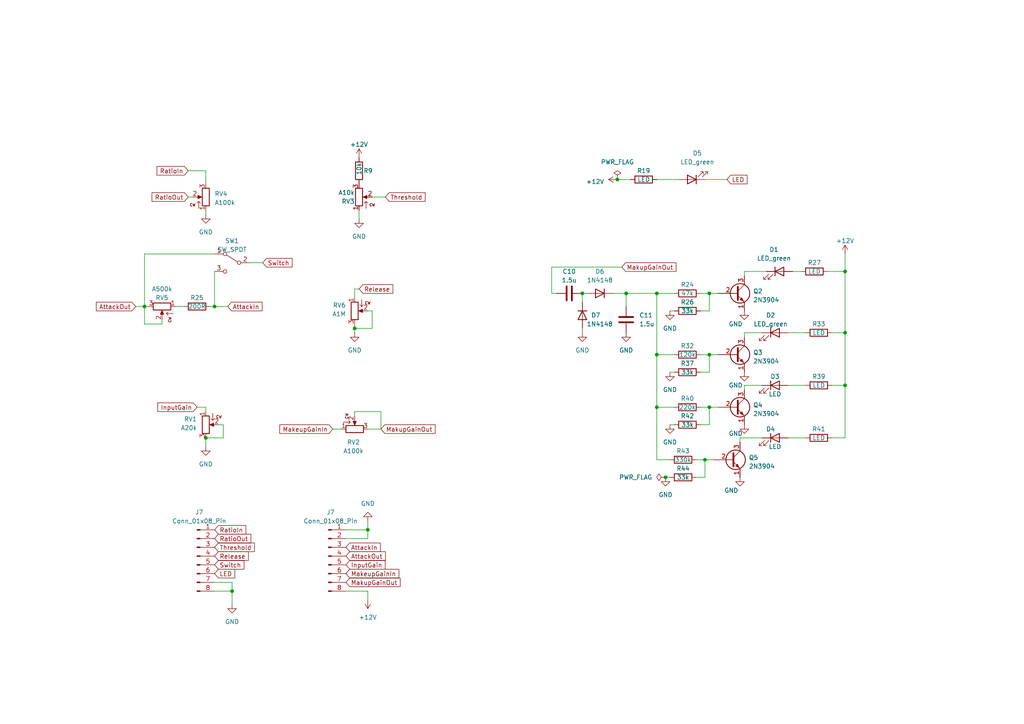
<source format=kicad_sch>
(kicad_sch (version 20230121) (generator eeschema)
  (paper "A4")
  (lib_symbols
    (symbol "AO_symbols:1N4148" (pin_numbers hide) (pin_names (offset 1.016) hide)
      (property "Reference" "D" (at 0 2.54 0))
      (property "Value" "1N4148" (at 0 -2.54 0))
      (symbol "1N4148_0_1"
        (polyline (pts (xy -1.27 1.27) (xy -1.27 -1.27)) (stroke (width 0.254)))
        (polyline (pts (xy 1.27 0) (xy -1.27 0)))
        (polyline (pts (xy 1.27 1.27) (xy 1.27 -1.27) (xy -1.27 0) (xy 1.27 1.27)) (stroke (width 0.254)))
      )
      (symbol "1N4148_1_1"
        (pin passive line (at -3.81 0 0) (length 2.54) (name "K") (number "1"))
        (pin passive line (at 3.81 0 180) (length 2.54) (name "A") (number "2"))
      )
    )
    (symbol "AO_symbols:2N3904" (pin_names (offset 0) hide)
      (property "Reference" "Q" (at 5.08 1.905 0))
      (property "Value" "2N3904" (at 5.08 0 0))
      (symbol "2N3904_0_1"
        (polyline (pts (xy 0.635 0.635) (xy 2.54 2.54)))
        (polyline (pts (xy 0.635 -0.635) (xy 2.54 -2.54) (xy 2.54 -2.54)))
        (polyline (pts (xy 0.635 1.905) (xy 0.635 -1.905) (xy 0.635 -1.905)) (stroke (width 0.508)))
        (polyline (pts (xy 1.27 -1.778) (xy 1.778 -1.27) (xy 2.286 -2.286) (xy 1.27 -1.778) (xy 1.27 -1.778)) (fill (type outline)))
        (circle (center 1.27 0) (radius 2.8194) (stroke (width 0.254)))
      )
      (symbol "2N3904_1_1"
        (pin passive line (at 2.54 -5.08 90) (length 2.54) (name "E") (number "1"))
        (pin passive line (at -5.08 0 0) (length 5.715) (name "B") (number "2"))
        (pin passive line (at 2.54 5.08 270) (length 2.54) (name "C") (number "3"))
      )
    )
    (symbol "AO_symbols:C" (pin_numbers hide) (pin_names (offset 0.254))
      (property "Reference" "C" (at 0.635 2.54 0))
      (property "Value" "C" (at 0.635 -2.54 0))
      (symbol "C_0_1"
        (polyline (pts (xy -2.032 -0.762) (xy 2.032 -0.762)) (stroke (width 0.508)))
        (polyline (pts (xy -2.032 0.762) (xy 2.032 0.762)) (stroke (width 0.508)))
      )
      (symbol "C_1_1"
        (pin passive line (at 0 3.81 270) (length 2.794) (name "~") (number "1"))
        (pin passive line (at 0 -3.81 90) (length 2.794) (name "~") (number "2"))
      )
    )
    (symbol "AO_symbols:LED_green" (pin_numbers hide) (pin_names (offset 1.016) hide)
      (property "Reference" "D" (at 0 2.54 0))
      (property "Value" "LED_green" (at 0 -2.54 0))
      (symbol "LED_green_0_1"
        (polyline (pts (xy -1.27 -1.27) (xy -1.27 1.27)) (stroke (width 0.254)))
        (polyline (pts (xy -1.27 0) (xy 1.27 0)))
        (polyline (pts (xy 1.27 -1.27) (xy 1.27 1.27) (xy -1.27 0) (xy 1.27 -1.27)) (stroke (width 0.254)))
        (polyline (pts (xy -3.048 -0.762) (xy -4.572 -2.286) (xy -3.81 -2.286) (xy -4.572 -2.286) (xy -4.572 -1.524)))
        (polyline (pts (xy -1.778 -0.762) (xy -3.302 -2.286) (xy -2.54 -2.286) (xy -3.302 -2.286) (xy -3.302 -1.524)))
      )
      (symbol "LED_green_1_1"
        (pin passive line (at -3.81 0 0) (length 2.54) (name "K") (number "1"))
        (pin passive line (at 3.81 0 180) (length 2.54) (name "A") (number "2"))
      )
    )
    (symbol "AO_symbols:R" (pin_numbers hide) (pin_names (offset 0))
      (property "Reference" "R" (at 2.032 0 90))
      (property "Value" "R" (at 0 0 90))
      (symbol "R_0_1"
        (rectangle (start -1.016 -2.54) (end 1.016 2.54) (stroke (width 0.254)))
      )
      (symbol "R_1_1"
        (pin passive line (at 0 3.81 270) (length 1.27) (name "~") (number "1"))
        (pin passive line (at 0 -3.81 90) (length 1.27) (name "~") (number "2"))
      )
    )
    (symbol "AO_symbols:R_POT" (pin_names (offset 1.016) hide)
      (property "Reference" "RV" (at -4.445 0 90))
      (property "Value" "R_POT" (at -2.54 0 90))
      (symbol "R_POT_0_0"
        (text "CW" (at 3.81 -2.286 0) (effects (font (size 0.762 0.762))))
      )
      (symbol "R_POT_0_1"
        (rectangle (start -1.016 2.54) (end 1.016 -2.54) (stroke (width 0.254)))
        (polyline (pts (xy 2.032 -3.302) (xy 2.032 -1.27)) (stroke (width 0.1524)))
        (polyline (pts (xy 2.54 0) (xy 1.524 0)))
        (polyline (pts (xy 2.54 -1.778) (xy 2.032 -1.27) (xy 1.524 -1.778)) (stroke (width 0.1524)))
        (polyline (pts (xy 1.143 0) (xy 2.286 -0.508) (xy 2.286 0.508) (xy 1.143 0)) (fill (type outline)))
      )
      (symbol "R_POT_1_1"
        (pin passive line (at 0 -3.81 90) (length 1.27) (name "1") (number "1"))
        (pin passive line (at 3.81 0 180) (length 1.27) (name "2") (number "2"))
        (pin passive line (at 0 3.81 270) (length 1.27) (name "3") (number "3"))
      )
    )
    (symbol "AO_symbols:SW_SPDT" (pin_names (offset 0) hide)
      (property "Reference" "SW" (at 0 4.318 0))
      (property "Value" "SW_SPDT" (at 0 -5.08 0))
      (symbol "SW_SPDT_0_0"
        (circle (center -2.032 0) (radius 0.508))
        (circle (center 2.032 -2.54) (radius 0.508))
      )
      (symbol "SW_SPDT_0_1"
        (polyline (pts (xy -1.524 0.254) (xy 1.651 2.286)))
        (circle (center 2.032 2.54) (radius 0.508))
      )
      (symbol "SW_SPDT_1_1"
        (pin passive line (at 5.08 2.54 180) (length 2.54) (name "A") (number "1"))
        (pin passive line (at -5.08 0 0) (length 2.54) (name "B") (number "2"))
        (pin passive line (at 5.08 -2.54 180) (length 2.54) (name "C") (number "3"))
      )
    )
    (symbol "Connector:Conn_01x08_Pin" (pin_names (offset 1.016) hide)
      (property "Reference" "J" (at 0 10.16 0))
      (property "Value" "Conn_01x08_Pin" (at 0 -12.7 0))
      (symbol "Conn_01x08_Pin_1_1"
        (polyline (pts (xy 1.27 -10.16) (xy 0.8636 -10.16)) (stroke (width 0.1524)))
        (polyline (pts (xy 1.27 -7.62) (xy 0.8636 -7.62)) (stroke (width 0.1524)))
        (polyline (pts (xy 1.27 -5.08) (xy 0.8636 -5.08)) (stroke (width 0.1524)))
        (polyline (pts (xy 1.27 -2.54) (xy 0.8636 -2.54)) (stroke (width 0.1524)))
        (polyline (pts (xy 1.27 0) (xy 0.8636 0)) (stroke (width 0.1524)))
        (polyline (pts (xy 1.27 2.54) (xy 0.8636 2.54)) (stroke (width 0.1524)))
        (polyline (pts (xy 1.27 5.08) (xy 0.8636 5.08)) (stroke (width 0.1524)))
        (polyline (pts (xy 1.27 7.62) (xy 0.8636 7.62)) (stroke (width 0.1524)))
        (rectangle (start 0.8636 -10.033) (end 0 -10.287) (stroke (width 0.1524)) (fill (type outline)))
        (rectangle (start 0.8636 -7.493) (end 0 -7.747) (stroke (width 0.1524)) (fill (type outline)))
        (rectangle (start 0.8636 -4.953) (end 0 -5.207) (stroke (width 0.1524)) (fill (type outline)))
        (rectangle (start 0.8636 -2.413) (end 0 -2.667) (stroke (width 0.1524)) (fill (type outline)))
        (rectangle (start 0.8636 0.127) (end 0 -0.127) (stroke (width 0.1524)) (fill (type outline)))
        (rectangle (start 0.8636 2.667) (end 0 2.413) (stroke (width 0.1524)) (fill (type outline)))
        (rectangle (start 0.8636 5.207) (end 0 4.953) (stroke (width 0.1524)) (fill (type outline)))
        (rectangle (start 0.8636 7.747) (end 0 7.493) (stroke (width 0.1524)) (fill (type outline)))
        (pin passive line (at 5.08 7.62 180) (length 3.81) (name "Pin_1") (number "1"))
        (pin passive line (at 5.08 5.08 180) (length 3.81) (name "Pin_2") (number "2"))
        (pin passive line (at 5.08 2.54 180) (length 3.81) (name "Pin_3") (number "3"))
        (pin passive line (at 5.08 0 180) (length 3.81) (name "Pin_4") (number "4"))
        (pin passive line (at 5.08 -2.54 180) (length 3.81) (name "Pin_5") (number "5"))
        (pin passive line (at 5.08 -5.08 180) (length 3.81) (name "Pin_6") (number "6"))
        (pin passive line (at 5.08 -7.62 180) (length 3.81) (name "Pin_7") (number "7"))
        (pin passive line (at 5.08 -10.16 180) (length 3.81) (name "Pin_8") (number "8"))
      )
    )
    (symbol "power:+12V" (power) (pin_names (offset 0))
      (property "Value" "+12V" (at 0 3.556 0))
      (symbol "+12V_0_1"
        (polyline (pts (xy -0.762 1.27) (xy 0 2.54)))
        (polyline (pts (xy 0 0) (xy 0 2.54)))
        (polyline (pts (xy 0 2.54) (xy 0.762 1.27)))
      )
      (symbol "+12V_1_1"
        (pin power_in line (at 0 0 90) (length 0) hide (name "+12V") (number "1"))
      )
    )
    (symbol "power:GND" (power) (pin_names (offset 0))
      (property "Value" "GND" (at 0 -3.81 0))
      (symbol "GND_0_1"
        (polyline (pts (xy 0 0) (xy 0 -1.27) (xy 1.27 -1.27) (xy 0 -2.54) (xy -1.27 -1.27) (xy 0 -1.27)))
      )
      (symbol "GND_1_1"
        (pin power_in line (at 0 0 270) (length 0) hide (name "GND") (number "1"))
      )
    )
    (symbol "power:PWR_FLAG" (power) (pin_numbers hide) (pin_names (offset 0) hide)
      (property "Value" "PWR_FLAG" (at 0 3.81 0))
      (symbol "PWR_FLAG_0_0"
        (pin power_out line (at 0 0 90) (length 0) (name "pwr") (number "1"))
      )
      (symbol "PWR_FLAG_0_1"
        (polyline (pts (xy 0 0) (xy 0 1.27) (xy -1.016 1.905) (xy 0 2.54) (xy 1.016 1.905) (xy 0 1.27)))
      )
    )
  )
  (junction (at 59.69 127))
  (junction (at 205.74 118.11))
  (junction (at 168.91 85.09))
  (junction (at 67.31 171.45))
  (junction (at 245.11 78.74))
  (junction (at 190.5 102.87))
  (junction (at 205.74 102.87))
  (junction (at 245.11 111.76))
  (junction (at 245.11 96.52))
  (junction (at 205.74 85.09))
  (junction (at 190.5 118.11))
  (junction (at 190.5 85.09))
  (junction (at 106.68 153.67))
  (junction (at 102.87 95.25))
  (junction (at 193.04 138.43))
  (junction (at 204.47 133.35))
  (junction (at 41.91 88.9))
  (junction (at 179.07 52.07))
  (junction (at 181.61 85.09))
  (junction (at 62.23 88.9))
  (wire (pts (xy 106.68 156.21) (xy 106.68 153.67)))
  (wire (pts (xy 193.04 138.43) (xy 194.31 138.43)))
  (wire (pts (xy 177.8 85.09) (xy 181.61 85.09)))
  (wire (pts (xy 54.61 49.53) (xy 59.69 49.53)))
  (wire (pts (xy 203.2 102.87) (xy 205.74 102.87)))
  (wire (pts (xy 245.11 73.66) (xy 245.11 78.74)))
  (wire (pts (xy 203.2 107.95) (xy 205.74 107.95)))
  (wire (pts (xy 205.74 118.11) (xy 208.28 118.11)))
  (wire (pts (xy 168.91 85.09) (xy 168.91 87.63)))
  (wire (pts (xy 204.47 133.35) (xy 207.01 133.35)))
  (wire (pts (xy 241.3 111.76) (xy 245.11 111.76)))
  (wire (pts (xy 228.6 111.76) (xy 233.68 111.76)))
  (wire (pts (xy 181.61 85.09) (xy 181.61 88.9)))
  (wire (pts (xy 203.2 123.19) (xy 205.74 123.19)))
  (wire (pts (xy 41.91 88.9) (xy 43.18 88.9)))
  (wire (pts (xy 205.74 123.19) (xy 205.74 118.11)))
  (wire (pts (xy 190.5 133.35) (xy 194.31 133.35)))
  (wire (pts (xy 210.82 52.07) (xy 204.47 52.07)))
  (wire (pts (xy 102.87 95.25) (xy 107.95 95.25)))
  (wire (pts (xy 214.63 128.27) (xy 214.63 127)))
  (wire (pts (xy 168.91 85.09) (xy 170.18 85.09)))
  (wire (pts (xy 102.87 95.25) (xy 102.87 96.52)))
  (wire (pts (xy 102.87 119.38) (xy 102.87 120.65)))
  (wire (pts (xy 100.33 153.67) (xy 106.68 153.67)))
  (wire (pts (xy 204.47 138.43) (xy 204.47 133.35)))
  (wire (pts (xy 190.5 52.07) (xy 196.85 52.07)))
  (wire (pts (xy 62.23 171.45) (xy 67.31 171.45)))
  (wire (pts (xy 59.69 49.53) (xy 59.69 53.34)))
  (wire (pts (xy 205.74 85.09) (xy 208.28 85.09)))
  (wire (pts (xy 59.69 60.96) (xy 59.69 62.23)))
  (wire (pts (xy 215.9 78.74) (xy 215.9 80.01)))
  (wire (pts (xy 104.14 60.96) (xy 104.14 63.5)))
  (wire (pts (xy 240.03 78.74) (xy 245.11 78.74)))
  (wire (pts (xy 228.6 127) (xy 233.68 127)))
  (wire (pts (xy 194.31 123.19) (xy 195.58 123.19)))
  (wire (pts (xy 160.02 85.09) (xy 160.02 77.47)))
  (wire (pts (xy 102.87 83.82) (xy 102.87 86.36)))
  (wire (pts (xy 179.07 52.07) (xy 182.88 52.07)))
  (wire (pts (xy 229.87 78.74) (xy 232.41 78.74)))
  (wire (pts (xy 215.9 97.79) (xy 215.9 96.52)))
  (wire (pts (xy 59.69 127) (xy 64.77 127)))
  (wire (pts (xy 190.5 118.11) (xy 190.5 133.35)))
  (wire (pts (xy 194.31 107.95) (xy 195.58 107.95)))
  (wire (pts (xy 39.37 88.9) (xy 41.91 88.9)))
  (wire (pts (xy 228.6 96.52) (xy 233.68 96.52)))
  (wire (pts (xy 59.69 118.11) (xy 57.15 118.11)))
  (wire (pts (xy 190.5 102.87) (xy 190.5 85.09)))
  (wire (pts (xy 205.74 90.17) (xy 205.74 85.09)))
  (wire (pts (xy 160.02 85.09) (xy 161.29 85.09)))
  (wire (pts (xy 53.34 88.9) (xy 50.8 88.9)))
  (wire (pts (xy 160.02 77.47) (xy 180.34 77.47)))
  (wire (pts (xy 59.69 119.38) (xy 59.69 118.11)))
  (wire (pts (xy 203.2 118.11) (xy 205.74 118.11)))
  (wire (pts (xy 62.23 73.66) (xy 41.91 73.66)))
  (wire (pts (xy 64.77 123.19) (xy 63.5 123.19)))
  (wire (pts (xy 181.61 85.09) (xy 190.5 85.09)))
  (wire (pts (xy 96.52 124.46) (xy 99.06 124.46)))
  (wire (pts (xy 201.93 133.35) (xy 204.47 133.35)))
  (wire (pts (xy 67.31 168.91) (xy 67.31 171.45)))
  (wire (pts (xy 215.9 111.76) (xy 220.98 111.76)))
  (wire (pts (xy 203.2 90.17) (xy 205.74 90.17)))
  (wire (pts (xy 203.2 85.09) (xy 205.74 85.09)))
  (wire (pts (xy 62.23 88.9) (xy 60.96 88.9)))
  (wire (pts (xy 107.95 90.17) (xy 107.95 95.25)))
  (wire (pts (xy 67.31 171.45) (xy 67.31 175.26)))
  (wire (pts (xy 190.5 118.11) (xy 195.58 118.11)))
  (wire (pts (xy 110.49 124.46) (xy 106.68 124.46)))
  (wire (pts (xy 215.9 96.52) (xy 220.98 96.52)))
  (wire (pts (xy 102.87 93.98) (xy 102.87 95.25)))
  (wire (pts (xy 205.74 107.95) (xy 205.74 102.87)))
  (wire (pts (xy 215.9 78.74) (xy 222.25 78.74)))
  (wire (pts (xy 245.11 127) (xy 245.11 111.76)))
  (wire (pts (xy 106.68 171.45) (xy 106.68 173.99)))
  (wire (pts (xy 190.5 102.87) (xy 190.5 118.11)))
  (wire (pts (xy 201.93 138.43) (xy 204.47 138.43)))
  (wire (pts (xy 241.3 96.52) (xy 245.11 96.52)))
  (wire (pts (xy 111.76 57.15) (xy 107.95 57.15)))
  (wire (pts (xy 190.5 85.09) (xy 195.58 85.09)))
  (wire (pts (xy 100.33 171.45) (xy 106.68 171.45)))
  (wire (pts (xy 62.23 88.9) (xy 66.04 88.9)))
  (wire (pts (xy 41.91 73.66) (xy 41.91 88.9)))
  (wire (pts (xy 205.74 102.87) (xy 208.28 102.87)))
  (wire (pts (xy 64.77 123.19) (xy 64.77 127)))
  (wire (pts (xy 215.9 113.03) (xy 215.9 111.76)))
  (wire (pts (xy 62.23 168.91) (xy 67.31 168.91)))
  (wire (pts (xy 62.23 78.74) (xy 62.23 88.9)))
  (wire (pts (xy 241.3 127) (xy 245.11 127)))
  (wire (pts (xy 106.68 153.67) (xy 106.68 151.13)))
  (wire (pts (xy 110.49 119.38) (xy 110.49 124.46)))
  (wire (pts (xy 100.33 156.21) (xy 106.68 156.21)))
  (wire (pts (xy 168.91 96.52) (xy 168.91 95.25)))
  (wire (pts (xy 104.14 83.82) (xy 102.87 83.82)))
  (wire (pts (xy 194.31 90.17) (xy 195.58 90.17)))
  (wire (pts (xy 72.39 76.2) (xy 76.2 76.2)))
  (wire (pts (xy 41.91 93.98) (xy 41.91 88.9)))
  (wire (pts (xy 46.99 93.98) (xy 41.91 93.98)))
  (wire (pts (xy 106.68 90.17) (xy 107.95 90.17)))
  (wire (pts (xy 245.11 78.74) (xy 245.11 96.52)))
  (wire (pts (xy 54.61 57.15) (xy 55.88 57.15)))
  (wire (pts (xy 46.99 92.71) (xy 46.99 93.98)))
  (wire (pts (xy 214.63 127) (xy 220.98 127)))
  (wire (pts (xy 59.69 127) (xy 59.69 129.54)))
  (wire (pts (xy 245.11 96.52) (xy 245.11 111.76)))
  (wire (pts (xy 102.87 119.38) (xy 110.49 119.38)))
  (wire (pts (xy 190.5 102.87) (xy 195.58 102.87)))
  (global_label "MakupGainOut" (shape input) (at 100.33 168.91 0) (property "Intersheetrefs" "${INTERSHEET_REFS}" (effects hide)))
  (global_label "Switch" (shape input) (at 76.2 76.2 0) (property "Intersheetrefs" "${INTERSHEET_REFS}" (effects hide)))
  (global_label "Threshold" (shape input) (at 62.23 158.75 0) (property "Intersheetrefs" "${INTERSHEET_REFS}" (effects hide)))
  (global_label "RatioOut" (shape input) (at 54.61 57.15 180) (property "Intersheetrefs" "${INTERSHEET_REFS}" (effects hide)))
  (global_label "AttackOut" (shape input) (at 39.37 88.9 180) (property "Intersheetrefs" "${INTERSHEET_REFS}" (effects hide)))
  (global_label "LED" (shape input) (at 62.23 166.37 0) (property "Intersheetrefs" "${INTERSHEET_REFS}" (effects hide)))
  (global_label "MakeupGainIn" (shape input) (at 96.52 124.46 180) (property "Intersheetrefs" "${INTERSHEET_REFS}" (effects hide)))
  (global_label "MakeupGainIn" (shape input) (at 100.33 166.37 0) (property "Intersheetrefs" "${INTERSHEET_REFS}" (effects hide)))
  (global_label "Switch" (shape input) (at 62.23 163.83 0) (property "Intersheetrefs" "${INTERSHEET_REFS}" (effects hide)))
  (global_label "Release" (shape input) (at 104.14 83.82 0) (property "Intersheetrefs" "${INTERSHEET_REFS}" (effects hide)))
  (global_label "Release" (shape input) (at 62.23 161.29 0) (property "Intersheetrefs" "${INTERSHEET_REFS}" (effects hide)))
  (global_label "LED" (shape input) (at 210.82 52.07 0) (property "Intersheetrefs" "${INTERSHEET_REFS}" (effects hide)))
  (global_label "AttackIn" (shape input) (at 100.33 158.75 0) (property "Intersheetrefs" "${INTERSHEET_REFS}" (effects hide)))
  (global_label "AttackIn" (shape input) (at 66.04 88.9 0) (property "Intersheetrefs" "${INTERSHEET_REFS}" (effects hide)))
  (global_label "RatioIn" (shape input) (at 62.23 153.67 0) (property "Intersheetrefs" "${INTERSHEET_REFS}" (effects hide)))
  (global_label "InputGain" (shape input) (at 100.33 163.83 0) (property "Intersheetrefs" "${INTERSHEET_REFS}" (effects hide)))
  (global_label "Threshold" (shape input) (at 111.76 57.15 0) (property "Intersheetrefs" "${INTERSHEET_REFS}" (effects hide)))
  (global_label "MakupGainOut" (shape input) (at 180.34 77.47 0) (property "Intersheetrefs" "${INTERSHEET_REFS}" (effects hide)))
  (global_label "InputGain" (shape input) (at 57.15 118.11 180) (property "Intersheetrefs" "${INTERSHEET_REFS}" (effects hide)))
  (global_label "AttackOut" (shape input) (at 100.33 161.29 0) (property "Intersheetrefs" "${INTERSHEET_REFS}" (effects hide)))
  (global_label "RatioIn" (shape input) (at 54.61 49.53 180) (property "Intersheetrefs" "${INTERSHEET_REFS}" (effects hide)))
  (global_label "MakupGainOut" (shape input) (at 110.49 124.46 0) (property "Intersheetrefs" "${INTERSHEET_REFS}" (effects hide)))
  (global_label "RatioOut" (shape input) (at 62.23 156.21 0) (property "Intersheetrefs" "${INTERSHEET_REFS}" (effects hide)))
  (symbol (lib_id "power:GND") (at 215.9 123.19 0) (unit 1)
    (property "Reference" "#PWR021" (effects hide))
    (property "Value" "GND" (at 213.36 125.73 0))
    (instances (project "CompressorControls" (path "" (reference "#PWR021") (unit 1)) (path "" (reference "#PWR024") (unit 1))))
  )
  (symbol (lib_id "power:GND") (at 194.31 107.95 0) (unit 1)
    (property "Reference" "#PWR017" (effects hide))
    (property "Value" "GND" (at 194.31 113.03 0))
    (instances (project "CompressorControls" (path "" (reference "#PWR017") (unit 1)) (path "" (reference "#PWR019") (unit 1))))
  )
  (symbol (lib_id "AO_symbols:R") (at 199.39 102.87 270) (unit 1)
    (property "Reference" "R32" (at 199.39 100.33 90))
    (property "Value" "120k" (at 199.39 102.87 90))
    (property "Footprint" "AO_tht:R_Axial_DIN0207_L6.3mm_D2.5mm_P10.16mm_Horizontal" (effects hide))
    (property "Vendor" "Tayda" (effects hide))
    (instances (project "CompressorControls" (path "" (reference "R32") (unit 1)) (path "" (reference "R7") (unit 1))))
  )
  (symbol (lib_id "power:GND") (at 215.9 107.95 0) (unit 1)
    (property "Reference" "#PWR022" (effects hide))
    (property "Value" "GND" (at 213.36 111.76 0))
    (instances (project "CompressorControls" (path "" (reference "#PWR022") (unit 1)) (path "" (reference "#PWR023") (unit 1))))
  )
  (symbol (lib_id "power:GND") (at 194.31 90.17 0) (unit 1)
    (property "Reference" "#PWR016" (effects hide))
    (property "Value" "GND" (at 194.31 95.25 0))
    (instances (project "CompressorControls" (path "" (reference "#PWR016") (unit 1)) (path "" (reference "#PWR018") (unit 1))))
  )
  (symbol (lib_id "AO_symbols:R_POT") (at 102.87 90.17 0) (mirror x) (unit 1)
    (property "Reference" "RV6" (at 100.33 88.5444 0) (effects (justify right)))
    (property "Value" "A1M" (at 100.33 91.0844 0) (effects (justify right)))
    (property "Footprint" "AO_tht:Potentiometer_Alpha_RD901F-40-00D_Single_Vertical_centered" (effects hide))
    (property "Vendor" "Tayda" (effects hide))
    (property "Sim.Enable" "0" (effects hide))
    (instances (project "CompressorControls" (path "" (reference "RV6") (unit 1)) (path "" (reference "RV4") (unit 1))))
  )
  (symbol (lib_id "AO_symbols:R") (at 199.39 90.17 270) (unit 1)
    (property "Reference" "R26" (at 199.39 87.63 90))
    (property "Value" "33k" (at 199.39 90.17 90))
    (property "Footprint" "AO_tht:R_Axial_DIN0207_L6.3mm_D2.5mm_P10.16mm_Horizontal" (effects hide))
    (property "Vendor" "Tayda" (effects hide))
    (instances (project "CompressorControls" (path "" (reference "R26") (unit 1)) (path "" (reference "R6") (unit 1))))
  )
  (symbol (lib_id "AO_symbols:R") (at 198.12 138.43 270) (unit 1)
    (property "Reference" "R44" (at 198.12 135.89 90))
    (property "Value" "33k" (at 198.12 138.43 90))
    (property "Footprint" "AO_tht:R_Axial_DIN0207_L6.3mm_D2.5mm_P10.16mm_Horizontal" (effects hide))
    (property "Vendor" "Tayda" (effects hide))
    (instances (project "CompressorControls" (path "" (reference "R44") (unit 1)) (path "" (reference "R4") (unit 1))))
  )
  (symbol (lib_id "AO_symbols:R_POT") (at 59.69 57.15 0) (mirror y) (unit 1)
    (property "Reference" "RV4" (at 62.23 56.2356 0) (effects (justify right)))
    (property "Value" "A100k" (at 62.23 58.7756 0) (effects (justify right)))
    (property "Footprint" "AO_tht:Potentiometer_Alpha_RD901F-40-00D_Single_Vertical_centered" (effects hide))
    (property "Vendor" "Tayda" (effects hide))
    (instances (project "CompressorControls" (path "" (reference "RV4") (unit 1)) (path "" (reference "RV7") (unit 1))))
  )
  (symbol (lib_id "AO_symbols:R") (at 236.22 78.74 270) (unit 1)
    (property "Reference" "R27" (at 236.22 76.2 90))
    (property "Value" "LED" (at 236.22 78.74 90))
    (property "Footprint" "AO_tht:R_Axial_DIN0207_L6.3mm_D2.5mm_P10.16mm_Horizontal" (effects hide))
    (property "Vendor" "Tayda" (effects hide))
    (instances (project "CompressorControls" (path "" (reference "R27") (unit 1)) (path "" (reference "R24") (unit 1))))
  )
  (symbol (lib_id "power:GND") (at 168.91 96.52 0) (unit 1)
    (property "Reference" "#PWR025" (effects hide))
    (property "Value" "GND" (at 168.91 101.6 0))
    (instances (project "CompressorControls" (path "" (reference "#PWR025") (unit 1)) (path "" (reference "#PWR015") (unit 1))))
  )
  (symbol (lib_id "AO_symbols:SW_SPDT") (at 67.31 76.2 0) (mirror y) (unit 1)
    (property "Reference" "SW1" (at 67.31 69.85 0))
    (property "Value" "SW_SPDT" (at 67.31 72.39 0))
    (property "Footprint" "AO_tht:SPDT-toggle-switch-1M-series" (effects hide))
    (property "Vendor" "Tayda" (effects hide))
    (property "SKU" "A-3186" (effects hide))
  )
  (symbol (lib_id "AO_symbols:1N4148") (at 173.99 85.09 180) (unit 1)
    (property "Reference" "D6" (at 173.99 78.74 0))
    (property "Value" "1N4148" (at 173.99 81.28 0))
    (property "Footprint" "AO_tht:D_DO-35_SOD27_P7.62mm_Horizontal" (effects hide))
    (property "Vendor" "Tayda" (effects hide))
    (property "SKU" "A-157" (effects hide))
    (instances (project "CompressorControls" (path "" (reference "D6") (unit 1)) (path "" (reference "D2") (unit 1))))
  )
  (symbol (lib_id "Connector:Conn_01x08_Pin") (at 57.15 161.29 0) (unit 1)
    (property "Reference" "J7" (at 57.785 148.59 0))
    (property "Value" "Conn_01x08_Pin" (at 57.785 151.13 0))
    (property "Footprint" "Connector_PinHeader_2.54mm:PinHeader_1x08_P2.54mm_Vertical" (effects hide))
    (instances (project "CompressorControls" (path "" (reference "J7") (unit 1)) (path "" (reference "J2") (unit 1))))
  )
  (symbol (lib_id "power:GND") (at 215.9 90.17 0) (unit 1)
    (property "Reference" "#PWR023" (effects hide))
    (property "Value" "GND" (at 213.36 93.98 0))
    (instances (project "CompressorControls" (path "" (reference "#PWR023") (unit 1)) (path "" (reference "#PWR022") (unit 1))))
  )
  (symbol (lib_id "AO_symbols:C") (at 181.61 92.71 180) (unit 1)
    (property "Reference" "C11" (at 185.42 91.44 0) (effects (justify right)))
    (property "Value" "1.5u" (at 185.42 93.98 0) (effects (justify right)))
    (property "Footprint" "AO_tht:C_Rect_L7.2mm_W4.5mm_P5.00mm_FKS2_FKP2_MKS2_MKP2" (effects hide))
    (property "Vendor" "Tayda" (effects hide))
    (instances (project "CompressorControls" (path "" (reference "C11") (unit 1)) (path "" (reference "C4") (unit 1))))
  )
  (symbol (lib_id "AO_symbols:LED_green") (at 224.79 127 0) (unit 1)
    (property "Reference" "D4" (at 223.52 124.46 0))
    (property "Value" "LED" (at 224.79 129.54 0))
    (property "Footprint" "B3_tht:LED_Rectangular_W5.0mm_H2.0mm" (effects hide))
    (property "Vendor" "Tayda" (effects hide))
    (property "SKU" "A-1553" (effects hide))
    (instances (project "CompressorControls" (path "" (reference "D4") (unit 1)) (path "" (reference "D6") (unit 1))))
  )
  (symbol (lib_id "AO_symbols:LED_green") (at 226.06 78.74 0) (unit 1)
    (property "Reference" "D1" (at 224.4725 72.39 0))
    (property "Value" "LED_green" (at 224.4725 74.93 0))
    (property "Footprint" "B3_tht:LED_Rectangular_W5.0mm_H2.0mm" (effects hide))
    (property "Vendor" "Tayda" (effects hide))
    (property "SKU" "A-1553" (effects hide))
    (instances (project "CompressorControls" (path "" (reference "D1") (unit 1)) (path "" (reference "D7") (unit 1))))
  )
  (symbol (lib_id "AO_symbols:LED_green") (at 224.79 96.52 0) (unit 1)
    (property "Reference" "D2" (at 223.52 91.44 0))
    (property "Value" "LED_green" (at 223.52 93.98 0))
    (property "Footprint" "B3_tht:LED_Rectangular_W5.0mm_H2.0mm" (effects hide))
    (property "Vendor" "Tayda" (effects hide))
    (property "SKU" "A-1553" (effects hide))
    (instances (project "CompressorControls" (path "" (reference "D2") (unit 1)) (path "" (reference "D3") (unit 1))))
  )
  (symbol (lib_id "power:GND") (at 194.31 123.19 0) (unit 1)
    (property "Reference" "#PWR018" (effects hide))
    (property "Value" "GND" (at 194.31 128.27 0))
    (instances (project "CompressorControls" (path "" (reference "#PWR018") (unit 1)) (path "" (reference "#PWR020") (unit 1))))
  )
  (symbol (lib_id "power:+12V") (at 104.14 45.72 0) (unit 1)
    (property "Reference" "#PWR01" (effects hide))
    (property "Value" "+12V" (at 104.14 41.91 0))
  )
  (symbol (lib_id "AO_symbols:R_POT") (at 59.69 123.19 0) (mirror x) (unit 1)
    (property "Reference" "RV1" (at 57.15 121.5644 0) (effects (justify right)))
    (property "Value" "A20k" (at 57.15 124.1044 0) (effects (justify right)))
    (property "Footprint" "AO_tht:Potentiometer_Alpha_RD901F-40-00D_Single_Vertical_centered" (effects hide))
    (property "Vendor" "Tayda" (effects hide))
  )
  (symbol (lib_id "AO_symbols:R_POT") (at 46.99 88.9 90) (mirror x) (unit 1)
    (property "Reference" "RV5" (at 46.99 86.36 90))
    (property "Value" "A500k" (at 46.99 83.82 90))
    (property "Footprint" "AO_tht:Potentiometer_Alpha_RD901F-40-00D_Single_Vertical_centered" (effects hide))
    (property "Vendor" "Tayda" (effects hide))
  )
  (symbol (lib_id "power:+12V") (at 179.07 52.07 90) (unit 1)
    (property "Reference" "#PWR014" (effects hide))
    (property "Value" "+12V" (at 175.26 52.705 90) (effects (justify left)))
  )
  (symbol (lib_id "AO_symbols:R") (at 199.39 85.09 270) (unit 1)
    (property "Reference" "R24" (at 199.39 82.55 90))
    (property "Value" "47k" (at 199.39 85.09 90))
    (property "Footprint" "AO_tht:R_Axial_DIN0207_L6.3mm_D2.5mm_P10.16mm_Horizontal" (effects hide))
    (property "Vendor" "Tayda" (effects hide))
    (instances (project "CompressorControls" (path "" (reference "R24") (unit 1)) (path "" (reference "R5") (unit 1))))
  )
  (symbol (lib_id "AO_symbols:LED_green") (at 224.79 111.76 0) (unit 1)
    (property "Reference" "D3" (at 224.79 109.22 0))
    (property "Value" "LED" (at 224.79 114.3 0))
    (property "Footprint" "B3_tht:LED_Rectangular_W5.0mm_H2.0mm" (effects hide))
    (property "Vendor" "Tayda" (effects hide))
    (property "SKU" "A-1553" (effects hide))
    (instances (project "CompressorControls" (path "" (reference "D3") (unit 1)) (path "" (reference "D4") (unit 1))))
  )
  (symbol (lib_id "power:GND") (at 67.31 175.26 0) (unit 1)
    (property "Reference" "#PWR035" (effects hide))
    (property "Value" "GND" (at 67.31 180.34 0))
    (instances (project "CompressorControls" (path "" (reference "#PWR035") (unit 1)) (path "" (reference "#PWR010") (unit 1))))
  )
  (symbol (lib_id "Connector:Conn_01x08_Pin") (at 95.25 161.29 0) (unit 1)
    (property "Reference" "J7" (at 95.885 148.59 0))
    (property "Value" "Conn_01x08_Pin" (at 95.885 151.13 0))
    (property "Footprint" "Connector_PinHeader_2.54mm:PinHeader_1x08_P2.54mm_Vertical" (effects hide))
    (instances (project "CompressorControls" (path "" (reference "J7") (unit 1)) (path "" (reference "J1") (unit 1))))
  )
  (symbol (lib_id "AO_symbols:C") (at 165.1 85.09 90) (unit 1)
    (property "Reference" "C10" (at 165.1 78.74 90))
    (property "Value" "1.5u" (at 165.1 81.28 90))
    (property "Footprint" "AO_tht:C_Rect_L7.2mm_W4.5mm_P5.00mm_FKS2_FKP2_MKS2_MKP2" (effects hide))
    (property "Vendor" "Tayda" (effects hide))
    (instances (project "CompressorControls" (path "" (reference "C10") (unit 1)) (path "" (reference "C3") (unit 1))))
  )
  (symbol (lib_id "AO_symbols:2N3904") (at 213.36 118.11 0) (unit 1)
    (property "Reference" "Q4" (at 218.44 117.475 0) (effects (justify left)))
    (property "Value" "2N3904" (at 218.44 120.015 0) (effects (justify left)))
    (property "Footprint" "AO_tht:TO-92_Inline_Wide" (effects hide))
    (property "Vendor" "Tayda" (effects hide))
    (property "SKU" "A-111" (effects hide))
    (instances (project "CompressorControls" (path "" (reference "Q4") (unit 1)) (path "" (reference "Q5") (unit 1))))
  )
  (symbol (lib_id "AO_symbols:R") (at 199.39 123.19 270) (unit 1)
    (property "Reference" "R42" (at 199.39 120.65 90))
    (property "Value" "33k" (at 199.39 123.19 90))
    (property "Footprint" "AO_tht:R_Axial_DIN0207_L6.3mm_D2.5mm_P10.16mm_Horizontal" (effects hide))
    (property "Vendor" "Tayda" (effects hide))
    (instances (project "CompressorControls" (path "" (reference "R42") (unit 1)) (path "" (reference "R22") (unit 1))))
  )
  (symbol (lib_id "AO_symbols:2N3904") (at 213.36 85.09 0) (unit 1)
    (property "Reference" "Q2" (at 218.44 84.455 0) (effects (justify left)))
    (property "Value" "2N3904" (at 218.44 86.995 0) (effects (justify left)))
    (property "Footprint" "AO_tht:TO-92_Inline_Wide" (effects hide))
    (property "Vendor" "Tayda" (effects hide))
    (property "SKU" "A-111" (effects hide))
    (instances (project "CompressorControls" (path "" (reference "Q2") (unit 1)) (path "" (reference "Q3") (unit 1))))
  )
  (symbol (lib_id "AO_symbols:R_POT") (at 102.87 124.46 270) (mirror x) (unit 1)
    (property "Reference" "RV2" (at 102.5144 128.27 90))
    (property "Value" "A100k" (at 102.5144 130.81 90))
    (property "Footprint" "AO_tht:Potentiometer_Alpha_RD901F-40-00D_Single_Vertical_centered" (effects hide))
    (property "Vendor" "Tayda" (effects hide))
  )
  (symbol (lib_id "power:GND") (at 193.04 138.43 0) (unit 1)
    (property "Reference" "#PWR019" (effects hide))
    (property "Value" "GND" (at 193.04 143.51 0))
    (instances (project "CompressorControls" (path "" (reference "#PWR019") (unit 1)) (path "" (reference "#PWR017") (unit 1))))
  )
  (symbol (lib_id "AO_symbols:R") (at 237.49 96.52 270) (unit 1)
    (property "Reference" "R33" (at 237.49 93.98 90))
    (property "Value" "LED" (at 237.49 96.52 90))
    (property "Footprint" "AO_tht:R_Axial_DIN0207_L6.3mm_D2.5mm_P10.16mm_Horizontal" (effects hide))
    (property "Vendor" "Tayda" (effects hide))
    (instances (project "CompressorControls" (path "" (reference "R33") (unit 1)) (path "" (reference "R25") (unit 1))))
  )
  (symbol (lib_id "power:GND") (at 104.14 63.5 0) (unit 1)
    (property "Reference" "#PWR02" (effects hide))
    (property "Value" "GND" (at 104.14 68.58 0))
  )
  (symbol (lib_id "AO_symbols:R") (at 199.39 107.95 270) (unit 1)
    (property "Reference" "R37" (at 199.39 105.41 90))
    (property "Value" "33k" (at 199.39 107.95 90))
    (property "Footprint" "AO_tht:R_Axial_DIN0207_L6.3mm_D2.5mm_P10.16mm_Horizontal" (effects hide))
    (property "Vendor" "Tayda" (effects hide))
    (instances (project "CompressorControls" (path "" (reference "R37") (unit 1)) (path "" (reference "R8") (unit 1))))
  )
  (symbol (lib_id "AO_symbols:R") (at 104.14 49.53 0) (unit 1)
    (property "Reference" "R9" (at 105.41 49.53 0) (effects (justify left)))
    (property "Value" "10k" (at 104.14 50.8 90) (effects (justify left)))
    (property "Footprint" "AO_tht:R_Axial_DIN0207_L6.3mm_D2.5mm_P10.16mm_Horizontal" (effects hide))
    (property "Vendor" "Tayda" (effects hide))
    (instances (project "CompressorControls" (path "" (reference "R9") (unit 1)) (path "" (reference "R1") (unit 1))))
  )
  (symbol (lib_id "power:GND") (at 59.69 129.54 0) (unit 1)
    (property "Reference" "#PWR010" (effects hide))
    (property "Value" "GND" (at 59.69 134.62 0))
    (instances (project "CompressorControls" (path "" (reference "#PWR010") (unit 1)) (path "" (reference "#PWR05") (unit 1))))
  )
  (symbol (lib_id "AO_symbols:R_POT") (at 104.14 57.15 0) (unit 1)
    (property "Reference" "RV3" (at 102.87 58.42 0) (effects (justify right)))
    (property "Value" "A10k" (at 102.87 55.88 0) (effects (justify right)))
    (property "Footprint" "AO_tht:Potentiometer_Alpha_RD901F-40-00D_Single_Vertical_centered" (effects hide))
    (property "Vendor" "Tayda" (effects hide))
  )
  (symbol (lib_id "power:PWR_FLAG") (at 179.07 52.07 0) (unit 1)
    (property "Reference" "#FLG01" (effects hide))
    (property "Value" "PWR_FLAG" (at 179.07 46.99 0))
  )
  (symbol (lib_id "AO_symbols:2N3904") (at 212.09 133.35 0) (unit 1)
    (property "Reference" "Q5" (at 217.17 132.715 0) (effects (justify left)))
    (property "Value" "2N3904" (at 217.17 135.255 0) (effects (justify left)))
    (property "Footprint" "AO_tht:TO-92_Inline_Wide" (effects hide))
    (property "Vendor" "Tayda" (effects hide))
    (property "SKU" "A-111" (effects hide))
    (instances (project "CompressorControls" (path "" (reference "Q5") (unit 1)) (path "" (reference "Q2") (unit 1))))
  )
  (symbol (lib_id "power:GND") (at 59.69 62.23 0) (unit 1)
    (property "Reference" "#PWR03" (effects hide))
    (property "Value" "GND" (at 59.69 67.31 0))
    (instances (project "CompressorControls" (path "" (reference "#PWR03") (unit 1)) (path "" (reference "#PWR030") (unit 1))))
  )
  (symbol (lib_id "power:GND") (at 102.87 96.52 0) (unit 1)
    (property "Reference" "#PWR05" (effects hide))
    (property "Value" "GND" (at 102.87 101.6 0))
    (instances (project "CompressorControls" (path "" (reference "#PWR05") (unit 1)) (path "" (reference "#PWR03") (unit 1))))
  )
  (symbol (lib_id "power:PWR_FLAG") (at 193.04 138.43 90) (unit 1)
    (property "Reference" "#FLG02" (effects hide))
    (property "Value" "PWR_FLAG" (at 189.23 138.43 90) (effects (justify left)))
  )
  (symbol (lib_id "AO_symbols:1N4148") (at 168.91 91.44 270) (unit 1)
    (property "Reference" "D7" (at 171.45 91.44 90) (effects (justify left)))
    (property "Value" "1N4148" (at 170.18 93.98 90) (effects (justify left)))
    (property "Footprint" "AO_tht:D_DO-35_SOD27_P7.62mm_Horizontal" (effects hide))
    (property "Vendor" "Tayda" (effects hide))
    (property "SKU" "A-157" (effects hide))
    (instances (project "CompressorControls" (path "" (reference "D7") (unit 1)) (path "" (reference "D1") (unit 1))))
  )
  (symbol (lib_id "AO_symbols:R") (at 186.69 52.07 90) (unit 1)
    (property "Reference" "R19" (at 186.69 49.53 90))
    (property "Value" "LED" (at 186.69 52.07 90))
    (property "Footprint" "AO_tht:R_Axial_DIN0207_L6.3mm_D2.5mm_P10.16mm_Horizontal" (effects hide))
    (property "Vendor" "Tayda" (effects hide))
  )
  (symbol (lib_id "power:GND") (at 106.68 151.13 180) (unit 1)
    (property "Reference" "#PWR036" (effects hide))
    (property "Value" "GND" (at 106.68 146.05 0))
    (instances (project "CompressorControls" (path "" (reference "#PWR036") (unit 1)) (path "" (reference "#PWR031") (unit 1))))
  )
  (symbol (lib_id "AO_symbols:R") (at 237.49 127 270) (unit 1)
    (property "Reference" "R41" (at 237.49 124.46 90))
    (property "Value" "LED" (at 237.49 127 90))
    (property "Footprint" "AO_tht:R_Axial_DIN0207_L6.3mm_D2.5mm_P10.16mm_Horizontal" (effects hide))
    (property "Vendor" "Tayda" (effects hide))
    (instances (project "CompressorControls" (path "" (reference "R41") (unit 1)) (path "" (reference "R27") (unit 1))))
  )
  (symbol (lib_id "AO_symbols:R") (at 57.15 88.9 90) (unit 1)
    (property "Reference" "R25" (at 57.15 86.36 90))
    (property "Value" "200R" (at 57.15 88.9 90))
    (property "Footprint" "AO_tht:R_Axial_DIN0207_L6.3mm_D2.5mm_P10.16mm_Horizontal" (effects hide))
    (property "Vendor" "Tayda" (effects hide))
    (instances (project "CompressorControls" (path "" (reference "R25") (unit 1)) (path "" (reference "R2") (unit 1))))
  )
  (symbol (lib_id "AO_symbols:2N3904") (at 213.36 102.87 0) (unit 1)
    (property "Reference" "Q3" (at 218.44 102.235 0) (effects (justify left)))
    (property "Value" "2N3904" (at 218.44 104.775 0) (effects (justify left)))
    (property "Footprint" "AO_tht:TO-92_Inline_Wide" (effects hide))
    (property "Vendor" "Tayda" (effects hide))
    (property "SKU" "A-111" (effects hide))
    (instances (project "CompressorControls" (path "" (reference "Q3") (unit 1)) (path "" (reference "Q4") (unit 1))))
  )
  (symbol (lib_id "power:GND") (at 181.61 96.52 0) (unit 1)
    (property "Reference" "#PWR024" (effects hide))
    (property "Value" "GND" (at 181.61 101.6 0))
    (instances (project "CompressorControls" (path "" (reference "#PWR024") (unit 1)) (path "" (reference "#PWR016") (unit 1))))
  )
  (symbol (lib_id "AO_symbols:R") (at 198.12 133.35 270) (unit 1)
    (property "Reference" "R43" (at 198.12 130.81 90))
    (property "Value" "330k" (at 198.12 133.35 90))
    (property "Footprint" "AO_tht:R_Axial_DIN0207_L6.3mm_D2.5mm_P10.16mm_Horizontal" (effects hide))
    (property "Vendor" "Tayda" (effects hide))
    (instances (project "CompressorControls" (path "" (reference "R43") (unit 1)) (path "" (reference "R3") (unit 1))))
  )
  (symbol (lib_id "AO_symbols:R") (at 199.39 118.11 270) (unit 1)
    (property "Reference" "R40" (at 199.39 115.57 90))
    (property "Value" "220k" (at 199.39 118.11 90))
    (property "Footprint" "AO_tht:R_Axial_DIN0207_L6.3mm_D2.5mm_P10.16mm_Horizontal" (effects hide))
    (property "Vendor" "Tayda" (effects hide))
    (instances (project "CompressorControls" (path "" (reference "R40") (unit 1)) (path "" (reference "R9") (unit 1))))
  )
  (symbol (lib_id "power:+12V") (at 106.68 173.99 180) (unit 1)
    (property "Reference" "#PWR015" (effects hide))
    (property "Value" "+12V" (at 106.68 179.07 0))
    (instances (project "CompressorControls" (path "" (reference "#PWR015") (unit 1)) (path "" (reference "#PWR04") (unit 1))))
  )
  (symbol (lib_id "AO_symbols:R") (at 237.49 111.76 270) (unit 1)
    (property "Reference" "R39" (at 237.49 109.22 90))
    (property "Value" "LED" (at 237.49 111.76 90))
    (property "Footprint" "AO_tht:R_Axial_DIN0207_L6.3mm_D2.5mm_P10.16mm_Horizontal" (effects hide))
    (property "Vendor" "Tayda" (effects hide))
    (instances (project "CompressorControls" (path "" (reference "R39") (unit 1)) (path "" (reference "R26") (unit 1))))
  )
  (symbol (lib_id "power:+12V") (at 245.11 73.66 0) (unit 1)
    (property "Reference" "#PWR015" (effects hide))
    (property "Value" "+12V" (at 245.11 69.85 0))
    (instances (project "CompressorControls" (path "" (reference "#PWR015") (unit 1)) (path "" (reference "#PWR025") (unit 1))))
  )
  (symbol (lib_id "power:GND") (at 214.63 138.43 0) (unit 1)
    (property "Reference" "#PWR020" (effects hide))
    (property "Value" "GND" (at 212.09 142.24 0))
    (instances (project "CompressorControls" (path "" (reference "#PWR020") (unit 1)) (path "" (reference "#PWR021") (unit 1))))
  )
  (symbol (lib_id "AO_symbols:LED_green") (at 200.66 52.07 180) (unit 1)
    (property "Reference" "D5" (at 202.2475 44.45 0))
    (property "Value" "LED_green" (at 202.2475 46.99 0))
    (property "Footprint" "AO_tht:LED_D5.0mm" (effects hide))
    (property "Vendor" "Tayda" (effects hide))
    (property "SKU" "A-1553" (effects hide))
  )
)
</source>
